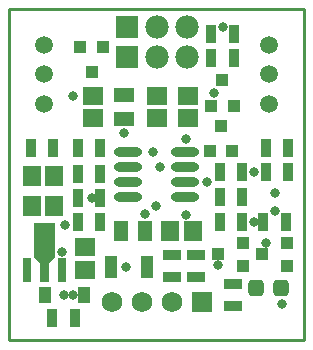
<source format=gbs>
G04*
G04 #@! TF.GenerationSoftware,Altium Limited,CircuitStudio,1.5.2 (1.5.2.30)*
G04*
G04 Layer_Color=8150272*
%FSLAX44Y44*%
%MOMM*%
G71*
G01*
G75*
%ADD10C,0.2540*%
%ADD32C,1.9812*%
%ADD33R,1.9812X1.9812*%
%ADD34C,1.5032*%
%ADD35R,1.7272X1.7272*%
%ADD36C,1.7272*%
%ADD37C,0.8032*%
%ADD38R,1.7272X1.2032*%
%ADD39R,0.4532X0.4532*%
%ADD40R,0.7432X2.0932*%
%ADD41R,0.9032X1.5032*%
%ADD42R,1.8032X1.5032*%
%ADD43R,1.5032X1.8032*%
%ADD44R,1.0160X1.1176*%
%ADD45R,1.1176X1.0160*%
%ADD46R,1.5032X0.9032*%
%ADD47O,2.4032X0.8032*%
%ADD48R,1.1172X1.9052*%
G04:AMPARAMS|DCode=49|XSize=1.4032mm|YSize=1.4032mm|CornerRadius=0.4016mm|HoleSize=0mm|Usage=FLASHONLY|Rotation=180.000|XOffset=0mm|YOffset=0mm|HoleType=Round|Shape=RoundedRectangle|*
%AMROUNDEDRECTD49*
21,1,1.4032,0.6000,0,0,180.0*
21,1,0.6000,1.4032,0,0,180.0*
1,1,0.8032,-0.3000,0.3000*
1,1,0.8032,0.3000,0.3000*
1,1,0.8032,0.3000,-0.3000*
1,1,0.8032,-0.3000,-0.3000*
%
%ADD49ROUNDEDRECTD49*%
%ADD50R,1.2032X1.7272*%
%ADD51R,1.1132X1.4232*%
G36*
X365500Y335899D02*
X359999Y330400D01*
X360000Y314900D01*
X353000D01*
X353000Y330399D01*
X347499Y335900D01*
X347500Y365400D01*
X365500D01*
X365500Y335899D01*
D02*
G37*
D10*
X326500Y265900D02*
X576500D01*
Y545900D01*
X326500D02*
X576500D01*
X326500Y265900D02*
Y545900D01*
D32*
X476900Y505400D02*
D03*
X451500Y505400D02*
D03*
Y530800D02*
D03*
X476900Y530800D02*
D03*
D33*
X426100Y505400D02*
D03*
Y530800D02*
D03*
D34*
X356500Y515900D02*
D03*
Y490900D02*
D03*
Y465900D02*
D03*
X546500Y465900D02*
D03*
Y490900D02*
D03*
Y515900D02*
D03*
D35*
X489600Y298400D02*
D03*
D36*
X464200D02*
D03*
X438800D02*
D03*
X413400D02*
D03*
D37*
X544000Y348400D02*
D03*
X476500Y371900D02*
D03*
X534000Y365900D02*
D03*
X551500Y390900D02*
D03*
X448050Y424950D02*
D03*
X424000Y440900D02*
D03*
X371500Y340900D02*
D03*
X374000Y363400D02*
D03*
X551500Y375400D02*
D03*
X476000Y435900D02*
D03*
X500500Y475400D02*
D03*
X494000Y399549D02*
D03*
X557500Y296400D02*
D03*
X380500Y472900D02*
D03*
X454500Y412400D02*
D03*
X373500Y303900D02*
D03*
X381000D02*
D03*
X441500Y372900D02*
D03*
X450747Y379710D02*
D03*
X534000Y407900D02*
D03*
X426000Y327900D02*
D03*
X507500Y530899D02*
D03*
X503412Y329480D02*
D03*
X396500Y385900D02*
D03*
D38*
X424320Y473594D02*
D03*
Y453274D02*
D03*
D39*
X356500Y356400D02*
D03*
D40*
X341500Y325400D02*
D03*
X371500D02*
D03*
D41*
X563000Y408400D02*
D03*
X544000D02*
D03*
X404000Y428900D02*
D03*
X385000D02*
D03*
X563000Y428900D02*
D03*
X544000D02*
D03*
X505000Y386900D02*
D03*
X524000D02*
D03*
X345000Y428900D02*
D03*
X364000D02*
D03*
X561000Y365900D02*
D03*
X542000D02*
D03*
X505000D02*
D03*
X524000D02*
D03*
X497710Y504457D02*
D03*
X516710D02*
D03*
X385000Y406900D02*
D03*
X404000D02*
D03*
X385000Y385900D02*
D03*
X404000D02*
D03*
Y365900D02*
D03*
X385000D02*
D03*
X497710Y524707D02*
D03*
X516710D02*
D03*
X524000Y407900D02*
D03*
X505000D02*
D03*
X363000Y284400D02*
D03*
X382000D02*
D03*
D42*
X390500Y344400D02*
D03*
Y325400D02*
D03*
X451460Y472900D02*
D03*
Y453900D02*
D03*
X397840Y472900D02*
D03*
Y453900D02*
D03*
X478440Y472900D02*
D03*
Y453900D02*
D03*
D43*
X345750Y404900D02*
D03*
X364750D02*
D03*
X345750Y379650D02*
D03*
X364750D02*
D03*
X482000Y357900D02*
D03*
X463000D02*
D03*
D44*
X516786Y464562D02*
D03*
X497634D02*
D03*
X507286Y485738D02*
D03*
X515576Y426312D02*
D03*
X496424D02*
D03*
X506076Y447488D02*
D03*
X386924Y513988D02*
D03*
X406076D02*
D03*
X396424Y492812D02*
D03*
D45*
X562088Y347976D02*
D03*
Y328824D02*
D03*
X540912Y338476D02*
D03*
X524588Y347976D02*
D03*
Y328824D02*
D03*
X503412Y338476D02*
D03*
D46*
X464500Y319400D02*
D03*
Y338400D02*
D03*
X484500Y319400D02*
D03*
Y338400D02*
D03*
X516500Y313400D02*
D03*
Y294400D02*
D03*
D47*
X427500Y386850D02*
D03*
Y399550D02*
D03*
Y412250D02*
D03*
Y424950D02*
D03*
X475500Y386850D02*
D03*
Y399550D02*
D03*
Y412250D02*
D03*
Y424950D02*
D03*
D48*
X413280Y327900D02*
D03*
X443720D02*
D03*
D49*
X536000Y309900D02*
D03*
X557000D02*
D03*
D50*
X421340Y357900D02*
D03*
X441660D02*
D03*
D51*
X357150Y303900D02*
D03*
X389850D02*
D03*
M02*

</source>
